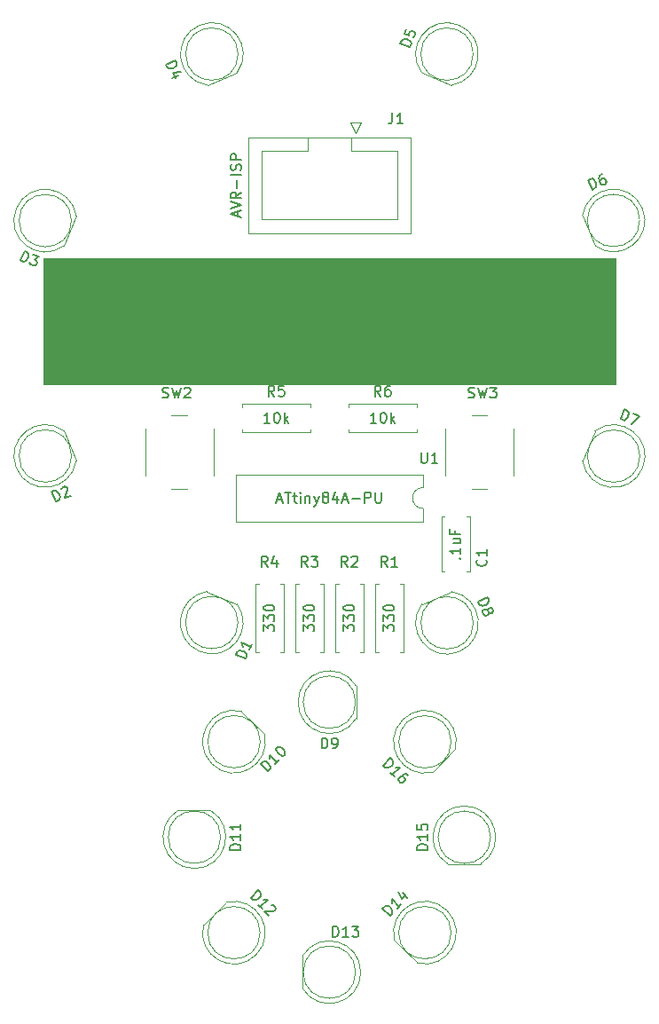
<source format=gbr>
%TF.GenerationSoftware,KiCad,Pcbnew,9.0.0*%
%TF.CreationDate,2025-02-27T14:29:49+01:00*%
%TF.ProjectId,CogLightBadgeTHT,436f674c-6967-4687-9442-616467655448,rev?*%
%TF.SameCoordinates,Original*%
%TF.FileFunction,Legend,Top*%
%TF.FilePolarity,Positive*%
%FSLAX46Y46*%
G04 Gerber Fmt 4.6, Leading zero omitted, Abs format (unit mm)*
G04 Created by KiCad (PCBNEW 9.0.0) date 2025-02-27 14:29:49*
%MOMM*%
%LPD*%
G01*
G04 APERTURE LIST*
%ADD10C,0.100000*%
%ADD11C,0.150000*%
%ADD12C,0.120000*%
G04 APERTURE END LIST*
D10*
X103505000Y-80569640D02*
X48895000Y-80569640D01*
X48895000Y-68580000D01*
X103505000Y-68580000D01*
X103505000Y-80569640D01*
G36*
X103505000Y-80569640D02*
G01*
X48895000Y-80569640D01*
X48895000Y-68580000D01*
X103505000Y-68580000D01*
X103505000Y-80569640D01*
G37*
D11*
X68701134Y-129577190D02*
X69408241Y-128870084D01*
X69408241Y-128870084D02*
X69576600Y-129038442D01*
X69576600Y-129038442D02*
X69643943Y-129173129D01*
X69643943Y-129173129D02*
X69643943Y-129307816D01*
X69643943Y-129307816D02*
X69610271Y-129408832D01*
X69610271Y-129408832D02*
X69509256Y-129577190D01*
X69509256Y-129577190D02*
X69408241Y-129678206D01*
X69408241Y-129678206D02*
X69239882Y-129779221D01*
X69239882Y-129779221D02*
X69138867Y-129812893D01*
X69138867Y-129812893D02*
X69004180Y-129812893D01*
X69004180Y-129812893D02*
X68869493Y-129745549D01*
X68869493Y-129745549D02*
X68701134Y-129577190D01*
X69778630Y-130654686D02*
X69374569Y-130250625D01*
X69576600Y-130452656D02*
X70283706Y-129745549D01*
X70283706Y-129745549D02*
X70115348Y-129779221D01*
X70115348Y-129779221D02*
X69980661Y-129779221D01*
X69980661Y-129779221D02*
X69879645Y-129745549D01*
X70687768Y-130284297D02*
X70755111Y-130284297D01*
X70755111Y-130284297D02*
X70856126Y-130317969D01*
X70856126Y-130317969D02*
X71024485Y-130486328D01*
X71024485Y-130486328D02*
X71058157Y-130587343D01*
X71058157Y-130587343D02*
X71058157Y-130654687D01*
X71058157Y-130654687D02*
X71024485Y-130755702D01*
X71024485Y-130755702D02*
X70957142Y-130823045D01*
X70957142Y-130823045D02*
X70822455Y-130890389D01*
X70822455Y-130890389D02*
X70014333Y-130890389D01*
X70014333Y-130890389D02*
X70452065Y-131328122D01*
X85573658Y-125019099D02*
X84573658Y-125019099D01*
X84573658Y-125019099D02*
X84573658Y-124781004D01*
X84573658Y-124781004D02*
X84621277Y-124638147D01*
X84621277Y-124638147D02*
X84716515Y-124542909D01*
X84716515Y-124542909D02*
X84811753Y-124495290D01*
X84811753Y-124495290D02*
X85002229Y-124447671D01*
X85002229Y-124447671D02*
X85145086Y-124447671D01*
X85145086Y-124447671D02*
X85335562Y-124495290D01*
X85335562Y-124495290D02*
X85430800Y-124542909D01*
X85430800Y-124542909D02*
X85526039Y-124638147D01*
X85526039Y-124638147D02*
X85573658Y-124781004D01*
X85573658Y-124781004D02*
X85573658Y-125019099D01*
X85573658Y-123495290D02*
X85573658Y-124066718D01*
X85573658Y-123781004D02*
X84573658Y-123781004D01*
X84573658Y-123781004D02*
X84716515Y-123876242D01*
X84716515Y-123876242D02*
X84811753Y-123971480D01*
X84811753Y-123971480D02*
X84859372Y-124066718D01*
X84573658Y-122590528D02*
X84573658Y-123066718D01*
X84573658Y-123066718D02*
X85049848Y-123114337D01*
X85049848Y-123114337D02*
X85002229Y-123066718D01*
X85002229Y-123066718D02*
X84954610Y-122971480D01*
X84954610Y-122971480D02*
X84954610Y-122733385D01*
X84954610Y-122733385D02*
X85002229Y-122638147D01*
X85002229Y-122638147D02*
X85049848Y-122590528D01*
X85049848Y-122590528D02*
X85145086Y-122542909D01*
X85145086Y-122542909D02*
X85383181Y-122542909D01*
X85383181Y-122542909D02*
X85478419Y-122590528D01*
X85478419Y-122590528D02*
X85526039Y-122638147D01*
X85526039Y-122638147D02*
X85573658Y-122733385D01*
X85573658Y-122733385D02*
X85573658Y-122971480D01*
X85573658Y-122971480D02*
X85526039Y-123066718D01*
X85526039Y-123066718D02*
X85478419Y-123114337D01*
X81338556Y-116961974D02*
X82045663Y-116254868D01*
X82045663Y-116254868D02*
X82214022Y-116423226D01*
X82214022Y-116423226D02*
X82281365Y-116557913D01*
X82281365Y-116557913D02*
X82281365Y-116692600D01*
X82281365Y-116692600D02*
X82247693Y-116793616D01*
X82247693Y-116793616D02*
X82146678Y-116961974D01*
X82146678Y-116961974D02*
X82045663Y-117062990D01*
X82045663Y-117062990D02*
X81877304Y-117164005D01*
X81877304Y-117164005D02*
X81776289Y-117197677D01*
X81776289Y-117197677D02*
X81641602Y-117197677D01*
X81641602Y-117197677D02*
X81506915Y-117130333D01*
X81506915Y-117130333D02*
X81338556Y-116961974D01*
X82416052Y-118039470D02*
X82011991Y-117635409D01*
X82214022Y-117837440D02*
X82921128Y-117130333D01*
X82921128Y-117130333D02*
X82752770Y-117164005D01*
X82752770Y-117164005D02*
X82618083Y-117164005D01*
X82618083Y-117164005D02*
X82517067Y-117130333D01*
X83729251Y-117938455D02*
X83594564Y-117803768D01*
X83594564Y-117803768D02*
X83493548Y-117770097D01*
X83493548Y-117770097D02*
X83426205Y-117770097D01*
X83426205Y-117770097D02*
X83257846Y-117803768D01*
X83257846Y-117803768D02*
X83089487Y-117904784D01*
X83089487Y-117904784D02*
X82820113Y-118174158D01*
X82820113Y-118174158D02*
X82786442Y-118275173D01*
X82786442Y-118275173D02*
X82786442Y-118342516D01*
X82786442Y-118342516D02*
X82820113Y-118443532D01*
X82820113Y-118443532D02*
X82954800Y-118578219D01*
X82954800Y-118578219D02*
X83055816Y-118611890D01*
X83055816Y-118611890D02*
X83123159Y-118611890D01*
X83123159Y-118611890D02*
X83224174Y-118578219D01*
X83224174Y-118578219D02*
X83392533Y-118409860D01*
X83392533Y-118409860D02*
X83426205Y-118308845D01*
X83426205Y-118308845D02*
X83426205Y-118241501D01*
X83426205Y-118241501D02*
X83392533Y-118140486D01*
X83392533Y-118140486D02*
X83257846Y-118005799D01*
X83257846Y-118005799D02*
X83156831Y-117972127D01*
X83156831Y-117972127D02*
X83089487Y-117972127D01*
X83089487Y-117972127D02*
X82988472Y-118005799D01*
X46705159Y-68765307D02*
X47087843Y-67841427D01*
X47087843Y-67841427D02*
X47307814Y-67932542D01*
X47307814Y-67932542D02*
X47421574Y-68031206D01*
X47421574Y-68031206D02*
X47473116Y-68155640D01*
X47473116Y-68155640D02*
X47480664Y-68261852D01*
X47480664Y-68261852D02*
X47451767Y-68456052D01*
X47451767Y-68456052D02*
X47397097Y-68588035D01*
X47397097Y-68588035D02*
X47280211Y-68745789D01*
X47280211Y-68745789D02*
X47199771Y-68815554D01*
X47199771Y-68815554D02*
X47075336Y-68867097D01*
X47075336Y-68867097D02*
X46925130Y-68856422D01*
X46925130Y-68856422D02*
X46705159Y-68765307D01*
X47923734Y-68187665D02*
X48495659Y-68424564D01*
X48495659Y-68424564D02*
X48041915Y-68648957D01*
X48041915Y-68648957D02*
X48173898Y-68703626D01*
X48173898Y-68703626D02*
X48243663Y-68784066D01*
X48243663Y-68784066D02*
X48269435Y-68846284D01*
X48269435Y-68846284D02*
X48276983Y-68952495D01*
X48276983Y-68952495D02*
X48185868Y-69172466D01*
X48185868Y-69172466D02*
X48105427Y-69242232D01*
X48105427Y-69242232D02*
X48043210Y-69268003D01*
X48043210Y-69268003D02*
X47936999Y-69275551D01*
X47936999Y-69275551D02*
X47673033Y-69166213D01*
X47673033Y-69166213D02*
X47603267Y-69085773D01*
X47603267Y-69085773D02*
X47577496Y-69023556D01*
X50085370Y-91790958D02*
X49702686Y-90867079D01*
X49702686Y-90867079D02*
X49922657Y-90775964D01*
X49922657Y-90775964D02*
X50072863Y-90765289D01*
X50072863Y-90765289D02*
X50197298Y-90816831D01*
X50197298Y-90816831D02*
X50277738Y-90886597D01*
X50277738Y-90886597D02*
X50394624Y-91044351D01*
X50394624Y-91044351D02*
X50449294Y-91176334D01*
X50449294Y-91176334D02*
X50478191Y-91370534D01*
X50478191Y-91370534D02*
X50470643Y-91476745D01*
X50470643Y-91476745D02*
X50419101Y-91601180D01*
X50419101Y-91601180D02*
X50305341Y-91699843D01*
X50305341Y-91699843D02*
X50085370Y-91790958D01*
X50619017Y-90590607D02*
X50644789Y-90528389D01*
X50644789Y-90528389D02*
X50714554Y-90447949D01*
X50714554Y-90447949D02*
X50934526Y-90356834D01*
X50934526Y-90356834D02*
X51040737Y-90364382D01*
X51040737Y-90364382D02*
X51102954Y-90390154D01*
X51102954Y-90390154D02*
X51183395Y-90459919D01*
X51183395Y-90459919D02*
X51219841Y-90547908D01*
X51219841Y-90547908D02*
X51230515Y-90698113D01*
X51230515Y-90698113D02*
X50921261Y-91444721D01*
X50921261Y-91444721D02*
X51493186Y-91207821D01*
X68209741Y-106773961D02*
X67285861Y-106391277D01*
X67285861Y-106391277D02*
X67376976Y-106171306D01*
X67376976Y-106171306D02*
X67475640Y-106057546D01*
X67475640Y-106057546D02*
X67600074Y-106006004D01*
X67600074Y-106006004D02*
X67706286Y-105998456D01*
X67706286Y-105998456D02*
X67900486Y-106027353D01*
X67900486Y-106027353D02*
X68032469Y-106082023D01*
X68032469Y-106082023D02*
X68190223Y-106198909D01*
X68190223Y-106198909D02*
X68259988Y-106279349D01*
X68259988Y-106279349D02*
X68311531Y-106403784D01*
X68311531Y-106403784D02*
X68300856Y-106553990D01*
X68300856Y-106553990D02*
X68209741Y-106773961D01*
X68792878Y-105366144D02*
X68574201Y-105894076D01*
X68683539Y-105630110D02*
X67759660Y-105247427D01*
X67759660Y-105247427D02*
X67855197Y-105390084D01*
X67855197Y-105390084D02*
X67906739Y-105514519D01*
X67906739Y-105514519D02*
X67914287Y-105620730D01*
X75460005Y-115332584D02*
X75460005Y-114332584D01*
X75460005Y-114332584D02*
X75698100Y-114332584D01*
X75698100Y-114332584D02*
X75840957Y-114380203D01*
X75840957Y-114380203D02*
X75936195Y-114475441D01*
X75936195Y-114475441D02*
X75983814Y-114570679D01*
X75983814Y-114570679D02*
X76031433Y-114761155D01*
X76031433Y-114761155D02*
X76031433Y-114904012D01*
X76031433Y-114904012D02*
X75983814Y-115094488D01*
X75983814Y-115094488D02*
X75936195Y-115189726D01*
X75936195Y-115189726D02*
X75840957Y-115284965D01*
X75840957Y-115284965D02*
X75698100Y-115332584D01*
X75698100Y-115332584D02*
X75460005Y-115332584D01*
X76507624Y-115332584D02*
X76698100Y-115332584D01*
X76698100Y-115332584D02*
X76793338Y-115284965D01*
X76793338Y-115284965D02*
X76840957Y-115237345D01*
X76840957Y-115237345D02*
X76936195Y-115094488D01*
X76936195Y-115094488D02*
X76983814Y-114904012D01*
X76983814Y-114904012D02*
X76983814Y-114523060D01*
X76983814Y-114523060D02*
X76936195Y-114427822D01*
X76936195Y-114427822D02*
X76888576Y-114380203D01*
X76888576Y-114380203D02*
X76793338Y-114332584D01*
X76793338Y-114332584D02*
X76602862Y-114332584D01*
X76602862Y-114332584D02*
X76507624Y-114380203D01*
X76507624Y-114380203D02*
X76460005Y-114427822D01*
X76460005Y-114427822D02*
X76412386Y-114523060D01*
X76412386Y-114523060D02*
X76412386Y-114761155D01*
X76412386Y-114761155D02*
X76460005Y-114856393D01*
X76460005Y-114856393D02*
X76507624Y-114904012D01*
X76507624Y-114904012D02*
X76602862Y-114951631D01*
X76602862Y-114951631D02*
X76793338Y-114951631D01*
X76793338Y-114951631D02*
X76888576Y-114904012D01*
X76888576Y-114904012D02*
X76936195Y-114856393D01*
X76936195Y-114856393D02*
X76983814Y-114761155D01*
X90384486Y-101316177D02*
X91308365Y-100933493D01*
X91308365Y-100933493D02*
X91399480Y-101153464D01*
X91399480Y-101153464D02*
X91410155Y-101303670D01*
X91410155Y-101303670D02*
X91358613Y-101428105D01*
X91358613Y-101428105D02*
X91288847Y-101508545D01*
X91288847Y-101508545D02*
X91131093Y-101625431D01*
X91131093Y-101625431D02*
X90999110Y-101680101D01*
X90999110Y-101680101D02*
X90804910Y-101708998D01*
X90804910Y-101708998D02*
X90698699Y-101701450D01*
X90698699Y-101701450D02*
X90574264Y-101649908D01*
X90574264Y-101649908D02*
X90475601Y-101536148D01*
X90475601Y-101536148D02*
X90384486Y-101316177D01*
X91349770Y-102153363D02*
X91357318Y-102047151D01*
X91357318Y-102047151D02*
X91383089Y-101984934D01*
X91383089Y-101984934D02*
X91452854Y-101904494D01*
X91452854Y-101904494D02*
X91496849Y-101886270D01*
X91496849Y-101886270D02*
X91603060Y-101893819D01*
X91603060Y-101893819D02*
X91665278Y-101919590D01*
X91665278Y-101919590D02*
X91745718Y-101989355D01*
X91745718Y-101989355D02*
X91818610Y-102165333D01*
X91818610Y-102165333D02*
X91811062Y-102271544D01*
X91811062Y-102271544D02*
X91785290Y-102333761D01*
X91785290Y-102333761D02*
X91715525Y-102414202D01*
X91715525Y-102414202D02*
X91671531Y-102432425D01*
X91671531Y-102432425D02*
X91565319Y-102424876D01*
X91565319Y-102424876D02*
X91503102Y-102399105D01*
X91503102Y-102399105D02*
X91422662Y-102329340D01*
X91422662Y-102329340D02*
X91349770Y-102153363D01*
X91349770Y-102153363D02*
X91269329Y-102083597D01*
X91269329Y-102083597D02*
X91207112Y-102057826D01*
X91207112Y-102057826D02*
X91100900Y-102050278D01*
X91100900Y-102050278D02*
X90924923Y-102123170D01*
X90924923Y-102123170D02*
X90855158Y-102203610D01*
X90855158Y-102203610D02*
X90829387Y-102265827D01*
X90829387Y-102265827D02*
X90821838Y-102372039D01*
X90821838Y-102372039D02*
X90894730Y-102548016D01*
X90894730Y-102548016D02*
X90975171Y-102617781D01*
X90975171Y-102617781D02*
X91037388Y-102643553D01*
X91037388Y-102643553D02*
X91143600Y-102651101D01*
X91143600Y-102651101D02*
X91319577Y-102578209D01*
X91319577Y-102578209D02*
X91389342Y-102497769D01*
X91389342Y-102497769D02*
X91415113Y-102435551D01*
X91415113Y-102435551D02*
X91422662Y-102329340D01*
X103987100Y-83916444D02*
X104369784Y-82992564D01*
X104369784Y-82992564D02*
X104589755Y-83083679D01*
X104589755Y-83083679D02*
X104703515Y-83182343D01*
X104703515Y-83182343D02*
X104755057Y-83306777D01*
X104755057Y-83306777D02*
X104762605Y-83412989D01*
X104762605Y-83412989D02*
X104733708Y-83607189D01*
X104733708Y-83607189D02*
X104679038Y-83739172D01*
X104679038Y-83739172D02*
X104562152Y-83896926D01*
X104562152Y-83896926D02*
X104481712Y-83966691D01*
X104481712Y-83966691D02*
X104357277Y-84018234D01*
X104357277Y-84018234D02*
X104207071Y-84007559D01*
X104207071Y-84007559D02*
X103987100Y-83916444D01*
X105205675Y-83338802D02*
X105821594Y-83593924D01*
X105821594Y-83593924D02*
X105042962Y-84353796D01*
X101293354Y-61999202D02*
X100910670Y-61075323D01*
X100910670Y-61075323D02*
X101130641Y-60984208D01*
X101130641Y-60984208D02*
X101280847Y-60973533D01*
X101280847Y-60973533D02*
X101405282Y-61025075D01*
X101405282Y-61025075D02*
X101485722Y-61094841D01*
X101485722Y-61094841D02*
X101602608Y-61252595D01*
X101602608Y-61252595D02*
X101657278Y-61384578D01*
X101657278Y-61384578D02*
X101686175Y-61578778D01*
X101686175Y-61578778D02*
X101678627Y-61684989D01*
X101678627Y-61684989D02*
X101627085Y-61809424D01*
X101627085Y-61809424D02*
X101513325Y-61908087D01*
X101513325Y-61908087D02*
X101293354Y-61999202D01*
X102230498Y-60528632D02*
X102054521Y-60601524D01*
X102054521Y-60601524D02*
X101984755Y-60681964D01*
X101984755Y-60681964D02*
X101958984Y-60744182D01*
X101958984Y-60744182D02*
X101925665Y-60912610D01*
X101925665Y-60912610D02*
X101954563Y-61106811D01*
X101954563Y-61106811D02*
X102100347Y-61458765D01*
X102100347Y-61458765D02*
X102180787Y-61528530D01*
X102180787Y-61528530D02*
X102243004Y-61554301D01*
X102243004Y-61554301D02*
X102349216Y-61561850D01*
X102349216Y-61561850D02*
X102525193Y-61488958D01*
X102525193Y-61488958D02*
X102594958Y-61408517D01*
X102594958Y-61408517D02*
X102620730Y-61346300D01*
X102620730Y-61346300D02*
X102628278Y-61240088D01*
X102628278Y-61240088D02*
X102537163Y-61020117D01*
X102537163Y-61020117D02*
X102456723Y-60950352D01*
X102456723Y-60950352D02*
X102394505Y-60924580D01*
X102394505Y-60924580D02*
X102288294Y-60917032D01*
X102288294Y-60917032D02*
X102112317Y-60989924D01*
X102112317Y-60989924D02*
X102042551Y-61070365D01*
X102042551Y-61070365D02*
X102016780Y-61132582D01*
X102016780Y-61132582D02*
X102009232Y-61238793D01*
X83903426Y-48418866D02*
X82979546Y-48036182D01*
X82979546Y-48036182D02*
X83070661Y-47816211D01*
X83070661Y-47816211D02*
X83169325Y-47702451D01*
X83169325Y-47702451D02*
X83293759Y-47650909D01*
X83293759Y-47650909D02*
X83399971Y-47643361D01*
X83399971Y-47643361D02*
X83594171Y-47672258D01*
X83594171Y-47672258D02*
X83726154Y-47726928D01*
X83726154Y-47726928D02*
X83883908Y-47843814D01*
X83883908Y-47843814D02*
X83953673Y-47924254D01*
X83953673Y-47924254D02*
X84005216Y-48048689D01*
X84005216Y-48048689D02*
X83994541Y-48198895D01*
X83994541Y-48198895D02*
X83903426Y-48418866D01*
X83544460Y-46672360D02*
X83362230Y-47112303D01*
X83362230Y-47112303D02*
X83783949Y-47338527D01*
X83783949Y-47338527D02*
X83758178Y-47276310D01*
X83758178Y-47276310D02*
X83750630Y-47170099D01*
X83750630Y-47170099D02*
X83841745Y-46950127D01*
X83841745Y-46950127D02*
X83922185Y-46880362D01*
X83922185Y-46880362D02*
X83984403Y-46854590D01*
X83984403Y-46854590D02*
X84090614Y-46847042D01*
X84090614Y-46847042D02*
X84310585Y-46938157D01*
X84310585Y-46938157D02*
X84380351Y-47018598D01*
X84380351Y-47018598D02*
X84406122Y-47080815D01*
X84406122Y-47080815D02*
X84413670Y-47187026D01*
X84413670Y-47187026D02*
X84322555Y-47406998D01*
X84322555Y-47406998D02*
X84242115Y-47476763D01*
X84242115Y-47476763D02*
X84179898Y-47502535D01*
X60617504Y-50084676D02*
X61541383Y-49701992D01*
X61541383Y-49701992D02*
X61632498Y-49921963D01*
X61632498Y-49921963D02*
X61643173Y-50072169D01*
X61643173Y-50072169D02*
X61591631Y-50196604D01*
X61591631Y-50196604D02*
X61521865Y-50277044D01*
X61521865Y-50277044D02*
X61364111Y-50393930D01*
X61364111Y-50393930D02*
X61232128Y-50448600D01*
X61232128Y-50448600D02*
X61037928Y-50477497D01*
X61037928Y-50477497D02*
X60931717Y-50469949D01*
X60931717Y-50469949D02*
X60807282Y-50418407D01*
X60807282Y-50418407D02*
X60708619Y-50304647D01*
X60708619Y-50304647D02*
X60617504Y-50084676D01*
X61780114Y-51149381D02*
X61164194Y-51404503D01*
X62040953Y-50783626D02*
X61289924Y-50837000D01*
X61289924Y-50837000D02*
X61526823Y-51408925D01*
X67725871Y-125012789D02*
X66725871Y-125012789D01*
X66725871Y-125012789D02*
X66725871Y-124774694D01*
X66725871Y-124774694D02*
X66773490Y-124631837D01*
X66773490Y-124631837D02*
X66868728Y-124536599D01*
X66868728Y-124536599D02*
X66963966Y-124488980D01*
X66963966Y-124488980D02*
X67154442Y-124441361D01*
X67154442Y-124441361D02*
X67297299Y-124441361D01*
X67297299Y-124441361D02*
X67487775Y-124488980D01*
X67487775Y-124488980D02*
X67583013Y-124536599D01*
X67583013Y-124536599D02*
X67678252Y-124631837D01*
X67678252Y-124631837D02*
X67725871Y-124774694D01*
X67725871Y-124774694D02*
X67725871Y-125012789D01*
X67725871Y-123488980D02*
X67725871Y-124060408D01*
X67725871Y-123774694D02*
X66725871Y-123774694D01*
X66725871Y-123774694D02*
X66868728Y-123869932D01*
X66868728Y-123869932D02*
X66963966Y-123965170D01*
X66963966Y-123965170D02*
X67011585Y-124060408D01*
X67725871Y-122536599D02*
X67725871Y-123108027D01*
X67725871Y-122822313D02*
X66725871Y-122822313D01*
X66725871Y-122822313D02*
X66868728Y-122917551D01*
X66868728Y-122917551D02*
X66963966Y-123012789D01*
X66963966Y-123012789D02*
X67011585Y-123108027D01*
X81975723Y-131290311D02*
X81268617Y-130583204D01*
X81268617Y-130583204D02*
X81436975Y-130414845D01*
X81436975Y-130414845D02*
X81571662Y-130347502D01*
X81571662Y-130347502D02*
X81706349Y-130347502D01*
X81706349Y-130347502D02*
X81807365Y-130381174D01*
X81807365Y-130381174D02*
X81975723Y-130482189D01*
X81975723Y-130482189D02*
X82076739Y-130583204D01*
X82076739Y-130583204D02*
X82177754Y-130751563D01*
X82177754Y-130751563D02*
X82211426Y-130852578D01*
X82211426Y-130852578D02*
X82211426Y-130987265D01*
X82211426Y-130987265D02*
X82144082Y-131121952D01*
X82144082Y-131121952D02*
X81975723Y-131290311D01*
X83053219Y-130212815D02*
X82649158Y-130616876D01*
X82851189Y-130414845D02*
X82144082Y-129707739D01*
X82144082Y-129707739D02*
X82177754Y-129876097D01*
X82177754Y-129876097D02*
X82177754Y-130010784D01*
X82177754Y-130010784D02*
X82144082Y-130111800D01*
X83187907Y-129135319D02*
X83659311Y-129606723D01*
X82750174Y-129034303D02*
X83086891Y-129707738D01*
X83086891Y-129707738D02*
X83524624Y-129270006D01*
X76509714Y-133296819D02*
X76509714Y-132296819D01*
X76509714Y-132296819D02*
X76747809Y-132296819D01*
X76747809Y-132296819D02*
X76890666Y-132344438D01*
X76890666Y-132344438D02*
X76985904Y-132439676D01*
X76985904Y-132439676D02*
X77033523Y-132534914D01*
X77033523Y-132534914D02*
X77081142Y-132725390D01*
X77081142Y-132725390D02*
X77081142Y-132868247D01*
X77081142Y-132868247D02*
X77033523Y-133058723D01*
X77033523Y-133058723D02*
X76985904Y-133153961D01*
X76985904Y-133153961D02*
X76890666Y-133249200D01*
X76890666Y-133249200D02*
X76747809Y-133296819D01*
X76747809Y-133296819D02*
X76509714Y-133296819D01*
X78033523Y-133296819D02*
X77462095Y-133296819D01*
X77747809Y-133296819D02*
X77747809Y-132296819D01*
X77747809Y-132296819D02*
X77652571Y-132439676D01*
X77652571Y-132439676D02*
X77557333Y-132534914D01*
X77557333Y-132534914D02*
X77462095Y-132582533D01*
X78366857Y-132296819D02*
X78985904Y-132296819D01*
X78985904Y-132296819D02*
X78652571Y-132677771D01*
X78652571Y-132677771D02*
X78795428Y-132677771D01*
X78795428Y-132677771D02*
X78890666Y-132725390D01*
X78890666Y-132725390D02*
X78938285Y-132773009D01*
X78938285Y-132773009D02*
X78985904Y-132868247D01*
X78985904Y-132868247D02*
X78985904Y-133106342D01*
X78985904Y-133106342D02*
X78938285Y-133201580D01*
X78938285Y-133201580D02*
X78890666Y-133249200D01*
X78890666Y-133249200D02*
X78795428Y-133296819D01*
X78795428Y-133296819D02*
X78509714Y-133296819D01*
X78509714Y-133296819D02*
X78414476Y-133249200D01*
X78414476Y-133249200D02*
X78366857Y-133201580D01*
X70328975Y-117512235D02*
X69621869Y-116805128D01*
X69621869Y-116805128D02*
X69790227Y-116636769D01*
X69790227Y-116636769D02*
X69924914Y-116569426D01*
X69924914Y-116569426D02*
X70059601Y-116569426D01*
X70059601Y-116569426D02*
X70160617Y-116603098D01*
X70160617Y-116603098D02*
X70328975Y-116704113D01*
X70328975Y-116704113D02*
X70429991Y-116805128D01*
X70429991Y-116805128D02*
X70531006Y-116973487D01*
X70531006Y-116973487D02*
X70564678Y-117074502D01*
X70564678Y-117074502D02*
X70564678Y-117209189D01*
X70564678Y-117209189D02*
X70497334Y-117343876D01*
X70497334Y-117343876D02*
X70328975Y-117512235D01*
X71406471Y-116434739D02*
X71002410Y-116838800D01*
X71204441Y-116636769D02*
X70497334Y-115929663D01*
X70497334Y-115929663D02*
X70531006Y-116098021D01*
X70531006Y-116098021D02*
X70531006Y-116232708D01*
X70531006Y-116232708D02*
X70497334Y-116333724D01*
X71137098Y-115289899D02*
X71204441Y-115222556D01*
X71204441Y-115222556D02*
X71305456Y-115188884D01*
X71305456Y-115188884D02*
X71372800Y-115188884D01*
X71372800Y-115188884D02*
X71473815Y-115222556D01*
X71473815Y-115222556D02*
X71642174Y-115323571D01*
X71642174Y-115323571D02*
X71810533Y-115491930D01*
X71810533Y-115491930D02*
X71911548Y-115660288D01*
X71911548Y-115660288D02*
X71945220Y-115761304D01*
X71945220Y-115761304D02*
X71945220Y-115828647D01*
X71945220Y-115828647D02*
X71911548Y-115929662D01*
X71911548Y-115929662D02*
X71844204Y-115997006D01*
X71844204Y-115997006D02*
X71743189Y-116030678D01*
X71743189Y-116030678D02*
X71675846Y-116030678D01*
X71675846Y-116030678D02*
X71574830Y-115997006D01*
X71574830Y-115997006D02*
X71406472Y-115895991D01*
X71406472Y-115895991D02*
X71238113Y-115727632D01*
X71238113Y-115727632D02*
X71137098Y-115559273D01*
X71137098Y-115559273D02*
X71103426Y-115458258D01*
X71103426Y-115458258D02*
X71103426Y-115390914D01*
X71103426Y-115390914D02*
X71137098Y-115289899D01*
X84963095Y-87084819D02*
X84963095Y-87894342D01*
X84963095Y-87894342D02*
X85010714Y-87989580D01*
X85010714Y-87989580D02*
X85058333Y-88037200D01*
X85058333Y-88037200D02*
X85153571Y-88084819D01*
X85153571Y-88084819D02*
X85344047Y-88084819D01*
X85344047Y-88084819D02*
X85439285Y-88037200D01*
X85439285Y-88037200D02*
X85486904Y-87989580D01*
X85486904Y-87989580D02*
X85534523Y-87894342D01*
X85534523Y-87894342D02*
X85534523Y-87084819D01*
X86534523Y-88084819D02*
X85963095Y-88084819D01*
X86248809Y-88084819D02*
X86248809Y-87084819D01*
X86248809Y-87084819D02*
X86153571Y-87227676D01*
X86153571Y-87227676D02*
X86058333Y-87322914D01*
X86058333Y-87322914D02*
X85963095Y-87370533D01*
X71200000Y-91609104D02*
X71676190Y-91609104D01*
X71104762Y-91894819D02*
X71438095Y-90894819D01*
X71438095Y-90894819D02*
X71771428Y-91894819D01*
X71961905Y-90894819D02*
X72533333Y-90894819D01*
X72247619Y-91894819D02*
X72247619Y-90894819D01*
X72723810Y-91228152D02*
X73104762Y-91228152D01*
X72866667Y-90894819D02*
X72866667Y-91751961D01*
X72866667Y-91751961D02*
X72914286Y-91847200D01*
X72914286Y-91847200D02*
X73009524Y-91894819D01*
X73009524Y-91894819D02*
X73104762Y-91894819D01*
X73438096Y-91894819D02*
X73438096Y-91228152D01*
X73438096Y-90894819D02*
X73390477Y-90942438D01*
X73390477Y-90942438D02*
X73438096Y-90990057D01*
X73438096Y-90990057D02*
X73485715Y-90942438D01*
X73485715Y-90942438D02*
X73438096Y-90894819D01*
X73438096Y-90894819D02*
X73438096Y-90990057D01*
X73914286Y-91228152D02*
X73914286Y-91894819D01*
X73914286Y-91323390D02*
X73961905Y-91275771D01*
X73961905Y-91275771D02*
X74057143Y-91228152D01*
X74057143Y-91228152D02*
X74200000Y-91228152D01*
X74200000Y-91228152D02*
X74295238Y-91275771D01*
X74295238Y-91275771D02*
X74342857Y-91371009D01*
X74342857Y-91371009D02*
X74342857Y-91894819D01*
X74723810Y-91228152D02*
X74961905Y-91894819D01*
X75200000Y-91228152D02*
X74961905Y-91894819D01*
X74961905Y-91894819D02*
X74866667Y-92132914D01*
X74866667Y-92132914D02*
X74819048Y-92180533D01*
X74819048Y-92180533D02*
X74723810Y-92228152D01*
X75723810Y-91323390D02*
X75628572Y-91275771D01*
X75628572Y-91275771D02*
X75580953Y-91228152D01*
X75580953Y-91228152D02*
X75533334Y-91132914D01*
X75533334Y-91132914D02*
X75533334Y-91085295D01*
X75533334Y-91085295D02*
X75580953Y-90990057D01*
X75580953Y-90990057D02*
X75628572Y-90942438D01*
X75628572Y-90942438D02*
X75723810Y-90894819D01*
X75723810Y-90894819D02*
X75914286Y-90894819D01*
X75914286Y-90894819D02*
X76009524Y-90942438D01*
X76009524Y-90942438D02*
X76057143Y-90990057D01*
X76057143Y-90990057D02*
X76104762Y-91085295D01*
X76104762Y-91085295D02*
X76104762Y-91132914D01*
X76104762Y-91132914D02*
X76057143Y-91228152D01*
X76057143Y-91228152D02*
X76009524Y-91275771D01*
X76009524Y-91275771D02*
X75914286Y-91323390D01*
X75914286Y-91323390D02*
X75723810Y-91323390D01*
X75723810Y-91323390D02*
X75628572Y-91371009D01*
X75628572Y-91371009D02*
X75580953Y-91418628D01*
X75580953Y-91418628D02*
X75533334Y-91513866D01*
X75533334Y-91513866D02*
X75533334Y-91704342D01*
X75533334Y-91704342D02*
X75580953Y-91799580D01*
X75580953Y-91799580D02*
X75628572Y-91847200D01*
X75628572Y-91847200D02*
X75723810Y-91894819D01*
X75723810Y-91894819D02*
X75914286Y-91894819D01*
X75914286Y-91894819D02*
X76009524Y-91847200D01*
X76009524Y-91847200D02*
X76057143Y-91799580D01*
X76057143Y-91799580D02*
X76104762Y-91704342D01*
X76104762Y-91704342D02*
X76104762Y-91513866D01*
X76104762Y-91513866D02*
X76057143Y-91418628D01*
X76057143Y-91418628D02*
X76009524Y-91371009D01*
X76009524Y-91371009D02*
X75914286Y-91323390D01*
X76961905Y-91228152D02*
X76961905Y-91894819D01*
X76723810Y-90847200D02*
X76485715Y-91561485D01*
X76485715Y-91561485D02*
X77104762Y-91561485D01*
X77438096Y-91609104D02*
X77914286Y-91609104D01*
X77342858Y-91894819D02*
X77676191Y-90894819D01*
X77676191Y-90894819D02*
X78009524Y-91894819D01*
X78342858Y-91513866D02*
X79104763Y-91513866D01*
X79580953Y-91894819D02*
X79580953Y-90894819D01*
X79580953Y-90894819D02*
X79961905Y-90894819D01*
X79961905Y-90894819D02*
X80057143Y-90942438D01*
X80057143Y-90942438D02*
X80104762Y-90990057D01*
X80104762Y-90990057D02*
X80152381Y-91085295D01*
X80152381Y-91085295D02*
X80152381Y-91228152D01*
X80152381Y-91228152D02*
X80104762Y-91323390D01*
X80104762Y-91323390D02*
X80057143Y-91371009D01*
X80057143Y-91371009D02*
X79961905Y-91418628D01*
X79961905Y-91418628D02*
X79580953Y-91418628D01*
X80580953Y-90894819D02*
X80580953Y-91704342D01*
X80580953Y-91704342D02*
X80628572Y-91799580D01*
X80628572Y-91799580D02*
X80676191Y-91847200D01*
X80676191Y-91847200D02*
X80771429Y-91894819D01*
X80771429Y-91894819D02*
X80961905Y-91894819D01*
X80961905Y-91894819D02*
X81057143Y-91847200D01*
X81057143Y-91847200D02*
X81104762Y-91799580D01*
X81104762Y-91799580D02*
X81152381Y-91704342D01*
X81152381Y-91704342D02*
X81152381Y-90894819D01*
X74128333Y-97990819D02*
X73795000Y-97514628D01*
X73556905Y-97990819D02*
X73556905Y-96990819D01*
X73556905Y-96990819D02*
X73937857Y-96990819D01*
X73937857Y-96990819D02*
X74033095Y-97038438D01*
X74033095Y-97038438D02*
X74080714Y-97086057D01*
X74080714Y-97086057D02*
X74128333Y-97181295D01*
X74128333Y-97181295D02*
X74128333Y-97324152D01*
X74128333Y-97324152D02*
X74080714Y-97419390D01*
X74080714Y-97419390D02*
X74033095Y-97467009D01*
X74033095Y-97467009D02*
X73937857Y-97514628D01*
X73937857Y-97514628D02*
X73556905Y-97514628D01*
X74461667Y-96990819D02*
X75080714Y-96990819D01*
X75080714Y-96990819D02*
X74747381Y-97371771D01*
X74747381Y-97371771D02*
X74890238Y-97371771D01*
X74890238Y-97371771D02*
X74985476Y-97419390D01*
X74985476Y-97419390D02*
X75033095Y-97467009D01*
X75033095Y-97467009D02*
X75080714Y-97562247D01*
X75080714Y-97562247D02*
X75080714Y-97800342D01*
X75080714Y-97800342D02*
X75033095Y-97895580D01*
X75033095Y-97895580D02*
X74985476Y-97943200D01*
X74985476Y-97943200D02*
X74890238Y-97990819D01*
X74890238Y-97990819D02*
X74604524Y-97990819D01*
X74604524Y-97990819D02*
X74509286Y-97943200D01*
X74509286Y-97943200D02*
X74461667Y-97895580D01*
X73749819Y-104155713D02*
X73749819Y-103536666D01*
X73749819Y-103536666D02*
X74130771Y-103869999D01*
X74130771Y-103869999D02*
X74130771Y-103727142D01*
X74130771Y-103727142D02*
X74178390Y-103631904D01*
X74178390Y-103631904D02*
X74226009Y-103584285D01*
X74226009Y-103584285D02*
X74321247Y-103536666D01*
X74321247Y-103536666D02*
X74559342Y-103536666D01*
X74559342Y-103536666D02*
X74654580Y-103584285D01*
X74654580Y-103584285D02*
X74702200Y-103631904D01*
X74702200Y-103631904D02*
X74749819Y-103727142D01*
X74749819Y-103727142D02*
X74749819Y-104012856D01*
X74749819Y-104012856D02*
X74702200Y-104108094D01*
X74702200Y-104108094D02*
X74654580Y-104155713D01*
X73749819Y-103203332D02*
X73749819Y-102584285D01*
X73749819Y-102584285D02*
X74130771Y-102917618D01*
X74130771Y-102917618D02*
X74130771Y-102774761D01*
X74130771Y-102774761D02*
X74178390Y-102679523D01*
X74178390Y-102679523D02*
X74226009Y-102631904D01*
X74226009Y-102631904D02*
X74321247Y-102584285D01*
X74321247Y-102584285D02*
X74559342Y-102584285D01*
X74559342Y-102584285D02*
X74654580Y-102631904D01*
X74654580Y-102631904D02*
X74702200Y-102679523D01*
X74702200Y-102679523D02*
X74749819Y-102774761D01*
X74749819Y-102774761D02*
X74749819Y-103060475D01*
X74749819Y-103060475D02*
X74702200Y-103155713D01*
X74702200Y-103155713D02*
X74654580Y-103203332D01*
X73749819Y-101965237D02*
X73749819Y-101869999D01*
X73749819Y-101869999D02*
X73797438Y-101774761D01*
X73797438Y-101774761D02*
X73845057Y-101727142D01*
X73845057Y-101727142D02*
X73940295Y-101679523D01*
X73940295Y-101679523D02*
X74130771Y-101631904D01*
X74130771Y-101631904D02*
X74368866Y-101631904D01*
X74368866Y-101631904D02*
X74559342Y-101679523D01*
X74559342Y-101679523D02*
X74654580Y-101727142D01*
X74654580Y-101727142D02*
X74702200Y-101774761D01*
X74702200Y-101774761D02*
X74749819Y-101869999D01*
X74749819Y-101869999D02*
X74749819Y-101965237D01*
X74749819Y-101965237D02*
X74702200Y-102060475D01*
X74702200Y-102060475D02*
X74654580Y-102108094D01*
X74654580Y-102108094D02*
X74559342Y-102155713D01*
X74559342Y-102155713D02*
X74368866Y-102203332D01*
X74368866Y-102203332D02*
X74130771Y-102203332D01*
X74130771Y-102203332D02*
X73940295Y-102155713D01*
X73940295Y-102155713D02*
X73845057Y-102108094D01*
X73845057Y-102108094D02*
X73797438Y-102060475D01*
X73797438Y-102060475D02*
X73749819Y-101965237D01*
X70318333Y-97990819D02*
X69985000Y-97514628D01*
X69746905Y-97990819D02*
X69746905Y-96990819D01*
X69746905Y-96990819D02*
X70127857Y-96990819D01*
X70127857Y-96990819D02*
X70223095Y-97038438D01*
X70223095Y-97038438D02*
X70270714Y-97086057D01*
X70270714Y-97086057D02*
X70318333Y-97181295D01*
X70318333Y-97181295D02*
X70318333Y-97324152D01*
X70318333Y-97324152D02*
X70270714Y-97419390D01*
X70270714Y-97419390D02*
X70223095Y-97467009D01*
X70223095Y-97467009D02*
X70127857Y-97514628D01*
X70127857Y-97514628D02*
X69746905Y-97514628D01*
X71175476Y-97324152D02*
X71175476Y-97990819D01*
X70937381Y-96943200D02*
X70699286Y-97657485D01*
X70699286Y-97657485D02*
X71318333Y-97657485D01*
X69939819Y-104155713D02*
X69939819Y-103536666D01*
X69939819Y-103536666D02*
X70320771Y-103869999D01*
X70320771Y-103869999D02*
X70320771Y-103727142D01*
X70320771Y-103727142D02*
X70368390Y-103631904D01*
X70368390Y-103631904D02*
X70416009Y-103584285D01*
X70416009Y-103584285D02*
X70511247Y-103536666D01*
X70511247Y-103536666D02*
X70749342Y-103536666D01*
X70749342Y-103536666D02*
X70844580Y-103584285D01*
X70844580Y-103584285D02*
X70892200Y-103631904D01*
X70892200Y-103631904D02*
X70939819Y-103727142D01*
X70939819Y-103727142D02*
X70939819Y-104012856D01*
X70939819Y-104012856D02*
X70892200Y-104108094D01*
X70892200Y-104108094D02*
X70844580Y-104155713D01*
X69939819Y-103203332D02*
X69939819Y-102584285D01*
X69939819Y-102584285D02*
X70320771Y-102917618D01*
X70320771Y-102917618D02*
X70320771Y-102774761D01*
X70320771Y-102774761D02*
X70368390Y-102679523D01*
X70368390Y-102679523D02*
X70416009Y-102631904D01*
X70416009Y-102631904D02*
X70511247Y-102584285D01*
X70511247Y-102584285D02*
X70749342Y-102584285D01*
X70749342Y-102584285D02*
X70844580Y-102631904D01*
X70844580Y-102631904D02*
X70892200Y-102679523D01*
X70892200Y-102679523D02*
X70939819Y-102774761D01*
X70939819Y-102774761D02*
X70939819Y-103060475D01*
X70939819Y-103060475D02*
X70892200Y-103155713D01*
X70892200Y-103155713D02*
X70844580Y-103203332D01*
X69939819Y-101965237D02*
X69939819Y-101869999D01*
X69939819Y-101869999D02*
X69987438Y-101774761D01*
X69987438Y-101774761D02*
X70035057Y-101727142D01*
X70035057Y-101727142D02*
X70130295Y-101679523D01*
X70130295Y-101679523D02*
X70320771Y-101631904D01*
X70320771Y-101631904D02*
X70558866Y-101631904D01*
X70558866Y-101631904D02*
X70749342Y-101679523D01*
X70749342Y-101679523D02*
X70844580Y-101727142D01*
X70844580Y-101727142D02*
X70892200Y-101774761D01*
X70892200Y-101774761D02*
X70939819Y-101869999D01*
X70939819Y-101869999D02*
X70939819Y-101965237D01*
X70939819Y-101965237D02*
X70892200Y-102060475D01*
X70892200Y-102060475D02*
X70844580Y-102108094D01*
X70844580Y-102108094D02*
X70749342Y-102155713D01*
X70749342Y-102155713D02*
X70558866Y-102203332D01*
X70558866Y-102203332D02*
X70320771Y-102203332D01*
X70320771Y-102203332D02*
X70130295Y-102155713D01*
X70130295Y-102155713D02*
X70035057Y-102108094D01*
X70035057Y-102108094D02*
X69987438Y-102060475D01*
X69987438Y-102060475D02*
X69939819Y-101965237D01*
X81748333Y-97990819D02*
X81415000Y-97514628D01*
X81176905Y-97990819D02*
X81176905Y-96990819D01*
X81176905Y-96990819D02*
X81557857Y-96990819D01*
X81557857Y-96990819D02*
X81653095Y-97038438D01*
X81653095Y-97038438D02*
X81700714Y-97086057D01*
X81700714Y-97086057D02*
X81748333Y-97181295D01*
X81748333Y-97181295D02*
X81748333Y-97324152D01*
X81748333Y-97324152D02*
X81700714Y-97419390D01*
X81700714Y-97419390D02*
X81653095Y-97467009D01*
X81653095Y-97467009D02*
X81557857Y-97514628D01*
X81557857Y-97514628D02*
X81176905Y-97514628D01*
X82700714Y-97990819D02*
X82129286Y-97990819D01*
X82415000Y-97990819D02*
X82415000Y-96990819D01*
X82415000Y-96990819D02*
X82319762Y-97133676D01*
X82319762Y-97133676D02*
X82224524Y-97228914D01*
X82224524Y-97228914D02*
X82129286Y-97276533D01*
X81369819Y-104155713D02*
X81369819Y-103536666D01*
X81369819Y-103536666D02*
X81750771Y-103869999D01*
X81750771Y-103869999D02*
X81750771Y-103727142D01*
X81750771Y-103727142D02*
X81798390Y-103631904D01*
X81798390Y-103631904D02*
X81846009Y-103584285D01*
X81846009Y-103584285D02*
X81941247Y-103536666D01*
X81941247Y-103536666D02*
X82179342Y-103536666D01*
X82179342Y-103536666D02*
X82274580Y-103584285D01*
X82274580Y-103584285D02*
X82322200Y-103631904D01*
X82322200Y-103631904D02*
X82369819Y-103727142D01*
X82369819Y-103727142D02*
X82369819Y-104012856D01*
X82369819Y-104012856D02*
X82322200Y-104108094D01*
X82322200Y-104108094D02*
X82274580Y-104155713D01*
X81369819Y-103203332D02*
X81369819Y-102584285D01*
X81369819Y-102584285D02*
X81750771Y-102917618D01*
X81750771Y-102917618D02*
X81750771Y-102774761D01*
X81750771Y-102774761D02*
X81798390Y-102679523D01*
X81798390Y-102679523D02*
X81846009Y-102631904D01*
X81846009Y-102631904D02*
X81941247Y-102584285D01*
X81941247Y-102584285D02*
X82179342Y-102584285D01*
X82179342Y-102584285D02*
X82274580Y-102631904D01*
X82274580Y-102631904D02*
X82322200Y-102679523D01*
X82322200Y-102679523D02*
X82369819Y-102774761D01*
X82369819Y-102774761D02*
X82369819Y-103060475D01*
X82369819Y-103060475D02*
X82322200Y-103155713D01*
X82322200Y-103155713D02*
X82274580Y-103203332D01*
X81369819Y-101965237D02*
X81369819Y-101869999D01*
X81369819Y-101869999D02*
X81417438Y-101774761D01*
X81417438Y-101774761D02*
X81465057Y-101727142D01*
X81465057Y-101727142D02*
X81560295Y-101679523D01*
X81560295Y-101679523D02*
X81750771Y-101631904D01*
X81750771Y-101631904D02*
X81988866Y-101631904D01*
X81988866Y-101631904D02*
X82179342Y-101679523D01*
X82179342Y-101679523D02*
X82274580Y-101727142D01*
X82274580Y-101727142D02*
X82322200Y-101774761D01*
X82322200Y-101774761D02*
X82369819Y-101869999D01*
X82369819Y-101869999D02*
X82369819Y-101965237D01*
X82369819Y-101965237D02*
X82322200Y-102060475D01*
X82322200Y-102060475D02*
X82274580Y-102108094D01*
X82274580Y-102108094D02*
X82179342Y-102155713D01*
X82179342Y-102155713D02*
X81988866Y-102203332D01*
X81988866Y-102203332D02*
X81750771Y-102203332D01*
X81750771Y-102203332D02*
X81560295Y-102155713D01*
X81560295Y-102155713D02*
X81465057Y-102108094D01*
X81465057Y-102108094D02*
X81417438Y-102060475D01*
X81417438Y-102060475D02*
X81369819Y-101965237D01*
X77938333Y-97990819D02*
X77605000Y-97514628D01*
X77366905Y-97990819D02*
X77366905Y-96990819D01*
X77366905Y-96990819D02*
X77747857Y-96990819D01*
X77747857Y-96990819D02*
X77843095Y-97038438D01*
X77843095Y-97038438D02*
X77890714Y-97086057D01*
X77890714Y-97086057D02*
X77938333Y-97181295D01*
X77938333Y-97181295D02*
X77938333Y-97324152D01*
X77938333Y-97324152D02*
X77890714Y-97419390D01*
X77890714Y-97419390D02*
X77843095Y-97467009D01*
X77843095Y-97467009D02*
X77747857Y-97514628D01*
X77747857Y-97514628D02*
X77366905Y-97514628D01*
X78319286Y-97086057D02*
X78366905Y-97038438D01*
X78366905Y-97038438D02*
X78462143Y-96990819D01*
X78462143Y-96990819D02*
X78700238Y-96990819D01*
X78700238Y-96990819D02*
X78795476Y-97038438D01*
X78795476Y-97038438D02*
X78843095Y-97086057D01*
X78843095Y-97086057D02*
X78890714Y-97181295D01*
X78890714Y-97181295D02*
X78890714Y-97276533D01*
X78890714Y-97276533D02*
X78843095Y-97419390D01*
X78843095Y-97419390D02*
X78271667Y-97990819D01*
X78271667Y-97990819D02*
X78890714Y-97990819D01*
X77559819Y-104155713D02*
X77559819Y-103536666D01*
X77559819Y-103536666D02*
X77940771Y-103869999D01*
X77940771Y-103869999D02*
X77940771Y-103727142D01*
X77940771Y-103727142D02*
X77988390Y-103631904D01*
X77988390Y-103631904D02*
X78036009Y-103584285D01*
X78036009Y-103584285D02*
X78131247Y-103536666D01*
X78131247Y-103536666D02*
X78369342Y-103536666D01*
X78369342Y-103536666D02*
X78464580Y-103584285D01*
X78464580Y-103584285D02*
X78512200Y-103631904D01*
X78512200Y-103631904D02*
X78559819Y-103727142D01*
X78559819Y-103727142D02*
X78559819Y-104012856D01*
X78559819Y-104012856D02*
X78512200Y-104108094D01*
X78512200Y-104108094D02*
X78464580Y-104155713D01*
X77559819Y-103203332D02*
X77559819Y-102584285D01*
X77559819Y-102584285D02*
X77940771Y-102917618D01*
X77940771Y-102917618D02*
X77940771Y-102774761D01*
X77940771Y-102774761D02*
X77988390Y-102679523D01*
X77988390Y-102679523D02*
X78036009Y-102631904D01*
X78036009Y-102631904D02*
X78131247Y-102584285D01*
X78131247Y-102584285D02*
X78369342Y-102584285D01*
X78369342Y-102584285D02*
X78464580Y-102631904D01*
X78464580Y-102631904D02*
X78512200Y-102679523D01*
X78512200Y-102679523D02*
X78559819Y-102774761D01*
X78559819Y-102774761D02*
X78559819Y-103060475D01*
X78559819Y-103060475D02*
X78512200Y-103155713D01*
X78512200Y-103155713D02*
X78464580Y-103203332D01*
X77559819Y-101965237D02*
X77559819Y-101869999D01*
X77559819Y-101869999D02*
X77607438Y-101774761D01*
X77607438Y-101774761D02*
X77655057Y-101727142D01*
X77655057Y-101727142D02*
X77750295Y-101679523D01*
X77750295Y-101679523D02*
X77940771Y-101631904D01*
X77940771Y-101631904D02*
X78178866Y-101631904D01*
X78178866Y-101631904D02*
X78369342Y-101679523D01*
X78369342Y-101679523D02*
X78464580Y-101727142D01*
X78464580Y-101727142D02*
X78512200Y-101774761D01*
X78512200Y-101774761D02*
X78559819Y-101869999D01*
X78559819Y-101869999D02*
X78559819Y-101965237D01*
X78559819Y-101965237D02*
X78512200Y-102060475D01*
X78512200Y-102060475D02*
X78464580Y-102108094D01*
X78464580Y-102108094D02*
X78369342Y-102155713D01*
X78369342Y-102155713D02*
X78178866Y-102203332D01*
X78178866Y-102203332D02*
X77940771Y-102203332D01*
X77940771Y-102203332D02*
X77750295Y-102155713D01*
X77750295Y-102155713D02*
X77655057Y-102108094D01*
X77655057Y-102108094D02*
X77607438Y-102060475D01*
X77607438Y-102060475D02*
X77559819Y-101965237D01*
X91124580Y-97321666D02*
X91172200Y-97369285D01*
X91172200Y-97369285D02*
X91219819Y-97512142D01*
X91219819Y-97512142D02*
X91219819Y-97607380D01*
X91219819Y-97607380D02*
X91172200Y-97750237D01*
X91172200Y-97750237D02*
X91076961Y-97845475D01*
X91076961Y-97845475D02*
X90981723Y-97893094D01*
X90981723Y-97893094D02*
X90791247Y-97940713D01*
X90791247Y-97940713D02*
X90648390Y-97940713D01*
X90648390Y-97940713D02*
X90457914Y-97893094D01*
X90457914Y-97893094D02*
X90362676Y-97845475D01*
X90362676Y-97845475D02*
X90267438Y-97750237D01*
X90267438Y-97750237D02*
X90219819Y-97607380D01*
X90219819Y-97607380D02*
X90219819Y-97512142D01*
X90219819Y-97512142D02*
X90267438Y-97369285D01*
X90267438Y-97369285D02*
X90315057Y-97321666D01*
X91219819Y-96369285D02*
X91219819Y-96940713D01*
X91219819Y-96654999D02*
X90219819Y-96654999D01*
X90219819Y-96654999D02*
X90362676Y-96750237D01*
X90362676Y-96750237D02*
X90457914Y-96845475D01*
X90457914Y-96845475D02*
X90505533Y-96940713D01*
X88624580Y-97202142D02*
X88672200Y-97154523D01*
X88672200Y-97154523D02*
X88719819Y-97202142D01*
X88719819Y-97202142D02*
X88672200Y-97249761D01*
X88672200Y-97249761D02*
X88624580Y-97202142D01*
X88624580Y-97202142D02*
X88719819Y-97202142D01*
X88719819Y-96202143D02*
X88719819Y-96773571D01*
X88719819Y-96487857D02*
X87719819Y-96487857D01*
X87719819Y-96487857D02*
X87862676Y-96583095D01*
X87862676Y-96583095D02*
X87957914Y-96678333D01*
X87957914Y-96678333D02*
X88005533Y-96773571D01*
X88053152Y-95345000D02*
X88719819Y-95345000D01*
X88053152Y-95773571D02*
X88576961Y-95773571D01*
X88576961Y-95773571D02*
X88672200Y-95725952D01*
X88672200Y-95725952D02*
X88719819Y-95630714D01*
X88719819Y-95630714D02*
X88719819Y-95487857D01*
X88719819Y-95487857D02*
X88672200Y-95392619D01*
X88672200Y-95392619D02*
X88624580Y-95345000D01*
X88196009Y-94535476D02*
X88196009Y-94868809D01*
X88719819Y-94868809D02*
X87719819Y-94868809D01*
X87719819Y-94868809D02*
X87719819Y-94392619D01*
X70953333Y-81734819D02*
X70620000Y-81258628D01*
X70381905Y-81734819D02*
X70381905Y-80734819D01*
X70381905Y-80734819D02*
X70762857Y-80734819D01*
X70762857Y-80734819D02*
X70858095Y-80782438D01*
X70858095Y-80782438D02*
X70905714Y-80830057D01*
X70905714Y-80830057D02*
X70953333Y-80925295D01*
X70953333Y-80925295D02*
X70953333Y-81068152D01*
X70953333Y-81068152D02*
X70905714Y-81163390D01*
X70905714Y-81163390D02*
X70858095Y-81211009D01*
X70858095Y-81211009D02*
X70762857Y-81258628D01*
X70762857Y-81258628D02*
X70381905Y-81258628D01*
X71858095Y-80734819D02*
X71381905Y-80734819D01*
X71381905Y-80734819D02*
X71334286Y-81211009D01*
X71334286Y-81211009D02*
X71381905Y-81163390D01*
X71381905Y-81163390D02*
X71477143Y-81115771D01*
X71477143Y-81115771D02*
X71715238Y-81115771D01*
X71715238Y-81115771D02*
X71810476Y-81163390D01*
X71810476Y-81163390D02*
X71858095Y-81211009D01*
X71858095Y-81211009D02*
X71905714Y-81306247D01*
X71905714Y-81306247D02*
X71905714Y-81544342D01*
X71905714Y-81544342D02*
X71858095Y-81639580D01*
X71858095Y-81639580D02*
X71810476Y-81687200D01*
X71810476Y-81687200D02*
X71715238Y-81734819D01*
X71715238Y-81734819D02*
X71477143Y-81734819D01*
X71477143Y-81734819D02*
X71381905Y-81687200D01*
X71381905Y-81687200D02*
X71334286Y-81639580D01*
X70524761Y-84274819D02*
X69953333Y-84274819D01*
X70239047Y-84274819D02*
X70239047Y-83274819D01*
X70239047Y-83274819D02*
X70143809Y-83417676D01*
X70143809Y-83417676D02*
X70048571Y-83512914D01*
X70048571Y-83512914D02*
X69953333Y-83560533D01*
X71143809Y-83274819D02*
X71239047Y-83274819D01*
X71239047Y-83274819D02*
X71334285Y-83322438D01*
X71334285Y-83322438D02*
X71381904Y-83370057D01*
X71381904Y-83370057D02*
X71429523Y-83465295D01*
X71429523Y-83465295D02*
X71477142Y-83655771D01*
X71477142Y-83655771D02*
X71477142Y-83893866D01*
X71477142Y-83893866D02*
X71429523Y-84084342D01*
X71429523Y-84084342D02*
X71381904Y-84179580D01*
X71381904Y-84179580D02*
X71334285Y-84227200D01*
X71334285Y-84227200D02*
X71239047Y-84274819D01*
X71239047Y-84274819D02*
X71143809Y-84274819D01*
X71143809Y-84274819D02*
X71048571Y-84227200D01*
X71048571Y-84227200D02*
X71000952Y-84179580D01*
X71000952Y-84179580D02*
X70953333Y-84084342D01*
X70953333Y-84084342D02*
X70905714Y-83893866D01*
X70905714Y-83893866D02*
X70905714Y-83655771D01*
X70905714Y-83655771D02*
X70953333Y-83465295D01*
X70953333Y-83465295D02*
X71000952Y-83370057D01*
X71000952Y-83370057D02*
X71048571Y-83322438D01*
X71048571Y-83322438D02*
X71143809Y-83274819D01*
X71905714Y-84274819D02*
X71905714Y-83274819D01*
X72000952Y-83893866D02*
X72286666Y-84274819D01*
X72286666Y-83608152D02*
X71905714Y-83989104D01*
X60261667Y-81837200D02*
X60404524Y-81884819D01*
X60404524Y-81884819D02*
X60642619Y-81884819D01*
X60642619Y-81884819D02*
X60737857Y-81837200D01*
X60737857Y-81837200D02*
X60785476Y-81789580D01*
X60785476Y-81789580D02*
X60833095Y-81694342D01*
X60833095Y-81694342D02*
X60833095Y-81599104D01*
X60833095Y-81599104D02*
X60785476Y-81503866D01*
X60785476Y-81503866D02*
X60737857Y-81456247D01*
X60737857Y-81456247D02*
X60642619Y-81408628D01*
X60642619Y-81408628D02*
X60452143Y-81361009D01*
X60452143Y-81361009D02*
X60356905Y-81313390D01*
X60356905Y-81313390D02*
X60309286Y-81265771D01*
X60309286Y-81265771D02*
X60261667Y-81170533D01*
X60261667Y-81170533D02*
X60261667Y-81075295D01*
X60261667Y-81075295D02*
X60309286Y-80980057D01*
X60309286Y-80980057D02*
X60356905Y-80932438D01*
X60356905Y-80932438D02*
X60452143Y-80884819D01*
X60452143Y-80884819D02*
X60690238Y-80884819D01*
X60690238Y-80884819D02*
X60833095Y-80932438D01*
X61166429Y-80884819D02*
X61404524Y-81884819D01*
X61404524Y-81884819D02*
X61595000Y-81170533D01*
X61595000Y-81170533D02*
X61785476Y-81884819D01*
X61785476Y-81884819D02*
X62023572Y-80884819D01*
X62356905Y-80980057D02*
X62404524Y-80932438D01*
X62404524Y-80932438D02*
X62499762Y-80884819D01*
X62499762Y-80884819D02*
X62737857Y-80884819D01*
X62737857Y-80884819D02*
X62833095Y-80932438D01*
X62833095Y-80932438D02*
X62880714Y-80980057D01*
X62880714Y-80980057D02*
X62928333Y-81075295D01*
X62928333Y-81075295D02*
X62928333Y-81170533D01*
X62928333Y-81170533D02*
X62880714Y-81313390D01*
X62880714Y-81313390D02*
X62309286Y-81884819D01*
X62309286Y-81884819D02*
X62928333Y-81884819D01*
X81113333Y-81734819D02*
X80780000Y-81258628D01*
X80541905Y-81734819D02*
X80541905Y-80734819D01*
X80541905Y-80734819D02*
X80922857Y-80734819D01*
X80922857Y-80734819D02*
X81018095Y-80782438D01*
X81018095Y-80782438D02*
X81065714Y-80830057D01*
X81065714Y-80830057D02*
X81113333Y-80925295D01*
X81113333Y-80925295D02*
X81113333Y-81068152D01*
X81113333Y-81068152D02*
X81065714Y-81163390D01*
X81065714Y-81163390D02*
X81018095Y-81211009D01*
X81018095Y-81211009D02*
X80922857Y-81258628D01*
X80922857Y-81258628D02*
X80541905Y-81258628D01*
X81970476Y-80734819D02*
X81780000Y-80734819D01*
X81780000Y-80734819D02*
X81684762Y-80782438D01*
X81684762Y-80782438D02*
X81637143Y-80830057D01*
X81637143Y-80830057D02*
X81541905Y-80972914D01*
X81541905Y-80972914D02*
X81494286Y-81163390D01*
X81494286Y-81163390D02*
X81494286Y-81544342D01*
X81494286Y-81544342D02*
X81541905Y-81639580D01*
X81541905Y-81639580D02*
X81589524Y-81687200D01*
X81589524Y-81687200D02*
X81684762Y-81734819D01*
X81684762Y-81734819D02*
X81875238Y-81734819D01*
X81875238Y-81734819D02*
X81970476Y-81687200D01*
X81970476Y-81687200D02*
X82018095Y-81639580D01*
X82018095Y-81639580D02*
X82065714Y-81544342D01*
X82065714Y-81544342D02*
X82065714Y-81306247D01*
X82065714Y-81306247D02*
X82018095Y-81211009D01*
X82018095Y-81211009D02*
X81970476Y-81163390D01*
X81970476Y-81163390D02*
X81875238Y-81115771D01*
X81875238Y-81115771D02*
X81684762Y-81115771D01*
X81684762Y-81115771D02*
X81589524Y-81163390D01*
X81589524Y-81163390D02*
X81541905Y-81211009D01*
X81541905Y-81211009D02*
X81494286Y-81306247D01*
X80684761Y-84274819D02*
X80113333Y-84274819D01*
X80399047Y-84274819D02*
X80399047Y-83274819D01*
X80399047Y-83274819D02*
X80303809Y-83417676D01*
X80303809Y-83417676D02*
X80208571Y-83512914D01*
X80208571Y-83512914D02*
X80113333Y-83560533D01*
X81303809Y-83274819D02*
X81399047Y-83274819D01*
X81399047Y-83274819D02*
X81494285Y-83322438D01*
X81494285Y-83322438D02*
X81541904Y-83370057D01*
X81541904Y-83370057D02*
X81589523Y-83465295D01*
X81589523Y-83465295D02*
X81637142Y-83655771D01*
X81637142Y-83655771D02*
X81637142Y-83893866D01*
X81637142Y-83893866D02*
X81589523Y-84084342D01*
X81589523Y-84084342D02*
X81541904Y-84179580D01*
X81541904Y-84179580D02*
X81494285Y-84227200D01*
X81494285Y-84227200D02*
X81399047Y-84274819D01*
X81399047Y-84274819D02*
X81303809Y-84274819D01*
X81303809Y-84274819D02*
X81208571Y-84227200D01*
X81208571Y-84227200D02*
X81160952Y-84179580D01*
X81160952Y-84179580D02*
X81113333Y-84084342D01*
X81113333Y-84084342D02*
X81065714Y-83893866D01*
X81065714Y-83893866D02*
X81065714Y-83655771D01*
X81065714Y-83655771D02*
X81113333Y-83465295D01*
X81113333Y-83465295D02*
X81160952Y-83370057D01*
X81160952Y-83370057D02*
X81208571Y-83322438D01*
X81208571Y-83322438D02*
X81303809Y-83274819D01*
X82065714Y-84274819D02*
X82065714Y-83274819D01*
X82160952Y-83893866D02*
X82446666Y-84274819D01*
X82446666Y-83608152D02*
X82065714Y-83989104D01*
X89471667Y-81837200D02*
X89614524Y-81884819D01*
X89614524Y-81884819D02*
X89852619Y-81884819D01*
X89852619Y-81884819D02*
X89947857Y-81837200D01*
X89947857Y-81837200D02*
X89995476Y-81789580D01*
X89995476Y-81789580D02*
X90043095Y-81694342D01*
X90043095Y-81694342D02*
X90043095Y-81599104D01*
X90043095Y-81599104D02*
X89995476Y-81503866D01*
X89995476Y-81503866D02*
X89947857Y-81456247D01*
X89947857Y-81456247D02*
X89852619Y-81408628D01*
X89852619Y-81408628D02*
X89662143Y-81361009D01*
X89662143Y-81361009D02*
X89566905Y-81313390D01*
X89566905Y-81313390D02*
X89519286Y-81265771D01*
X89519286Y-81265771D02*
X89471667Y-81170533D01*
X89471667Y-81170533D02*
X89471667Y-81075295D01*
X89471667Y-81075295D02*
X89519286Y-80980057D01*
X89519286Y-80980057D02*
X89566905Y-80932438D01*
X89566905Y-80932438D02*
X89662143Y-80884819D01*
X89662143Y-80884819D02*
X89900238Y-80884819D01*
X89900238Y-80884819D02*
X90043095Y-80932438D01*
X90376429Y-80884819D02*
X90614524Y-81884819D01*
X90614524Y-81884819D02*
X90805000Y-81170533D01*
X90805000Y-81170533D02*
X90995476Y-81884819D01*
X90995476Y-81884819D02*
X91233572Y-80884819D01*
X91519286Y-80884819D02*
X92138333Y-80884819D01*
X92138333Y-80884819D02*
X91805000Y-81265771D01*
X91805000Y-81265771D02*
X91947857Y-81265771D01*
X91947857Y-81265771D02*
X92043095Y-81313390D01*
X92043095Y-81313390D02*
X92090714Y-81361009D01*
X92090714Y-81361009D02*
X92138333Y-81456247D01*
X92138333Y-81456247D02*
X92138333Y-81694342D01*
X92138333Y-81694342D02*
X92090714Y-81789580D01*
X92090714Y-81789580D02*
X92043095Y-81837200D01*
X92043095Y-81837200D02*
X91947857Y-81884819D01*
X91947857Y-81884819D02*
X91662143Y-81884819D01*
X91662143Y-81884819D02*
X91566905Y-81837200D01*
X91566905Y-81837200D02*
X91519286Y-81789580D01*
X82216666Y-54699819D02*
X82216666Y-55414104D01*
X82216666Y-55414104D02*
X82169047Y-55556961D01*
X82169047Y-55556961D02*
X82073809Y-55652200D01*
X82073809Y-55652200D02*
X81930952Y-55699819D01*
X81930952Y-55699819D02*
X81835714Y-55699819D01*
X83216666Y-55699819D02*
X82645238Y-55699819D01*
X82930952Y-55699819D02*
X82930952Y-54699819D01*
X82930952Y-54699819D02*
X82835714Y-54842676D01*
X82835714Y-54842676D02*
X82740476Y-54937914D01*
X82740476Y-54937914D02*
X82645238Y-54985533D01*
X67479104Y-64594999D02*
X67479104Y-64118809D01*
X67764819Y-64690237D02*
X66764819Y-64356904D01*
X66764819Y-64356904D02*
X67764819Y-64023571D01*
X66764819Y-63833094D02*
X67764819Y-63499761D01*
X67764819Y-63499761D02*
X66764819Y-63166428D01*
X67764819Y-62261666D02*
X67288628Y-62594999D01*
X67764819Y-62833094D02*
X66764819Y-62833094D01*
X66764819Y-62833094D02*
X66764819Y-62452142D01*
X66764819Y-62452142D02*
X66812438Y-62356904D01*
X66812438Y-62356904D02*
X66860057Y-62309285D01*
X66860057Y-62309285D02*
X66955295Y-62261666D01*
X66955295Y-62261666D02*
X67098152Y-62261666D01*
X67098152Y-62261666D02*
X67193390Y-62309285D01*
X67193390Y-62309285D02*
X67241009Y-62356904D01*
X67241009Y-62356904D02*
X67288628Y-62452142D01*
X67288628Y-62452142D02*
X67288628Y-62833094D01*
X67383866Y-61833094D02*
X67383866Y-61071190D01*
X67764819Y-60594999D02*
X66764819Y-60594999D01*
X67717200Y-60166428D02*
X67764819Y-60023571D01*
X67764819Y-60023571D02*
X67764819Y-59785476D01*
X67764819Y-59785476D02*
X67717200Y-59690238D01*
X67717200Y-59690238D02*
X67669580Y-59642619D01*
X67669580Y-59642619D02*
X67574342Y-59595000D01*
X67574342Y-59595000D02*
X67479104Y-59595000D01*
X67479104Y-59595000D02*
X67383866Y-59642619D01*
X67383866Y-59642619D02*
X67336247Y-59690238D01*
X67336247Y-59690238D02*
X67288628Y-59785476D01*
X67288628Y-59785476D02*
X67241009Y-59975952D01*
X67241009Y-59975952D02*
X67193390Y-60071190D01*
X67193390Y-60071190D02*
X67145771Y-60118809D01*
X67145771Y-60118809D02*
X67050533Y-60166428D01*
X67050533Y-60166428D02*
X66955295Y-60166428D01*
X66955295Y-60166428D02*
X66860057Y-60118809D01*
X66860057Y-60118809D02*
X66812438Y-60071190D01*
X66812438Y-60071190D02*
X66764819Y-59975952D01*
X66764819Y-59975952D02*
X66764819Y-59737857D01*
X66764819Y-59737857D02*
X66812438Y-59595000D01*
X67764819Y-59166428D02*
X66764819Y-59166428D01*
X66764819Y-59166428D02*
X66764819Y-58785476D01*
X66764819Y-58785476D02*
X66812438Y-58690238D01*
X66812438Y-58690238D02*
X66860057Y-58642619D01*
X66860057Y-58642619D02*
X66955295Y-58595000D01*
X66955295Y-58595000D02*
X67098152Y-58595000D01*
X67098152Y-58595000D02*
X67193390Y-58642619D01*
X67193390Y-58642619D02*
X67241009Y-58690238D01*
X67241009Y-58690238D02*
X67288628Y-58785476D01*
X67288628Y-58785476D02*
X67288628Y-59166428D01*
D12*
%TO.C,D12*%
X66363514Y-130011684D02*
X64178554Y-132196644D01*
X69581228Y-132914358D02*
G75*
G02*
X64581228Y-132914358I-2500000J0D01*
G01*
X64581228Y-132914358D02*
G75*
G02*
X69581228Y-132914358I2500000J0D01*
G01*
X66363394Y-130011804D02*
G75*
G02*
X69195151Y-135028935I717834J-2902554D01*
G01*
X69195804Y-135028280D02*
G75*
G02*
X64178675Y-132196524I-2114576J2113922D01*
G01*
%TO.C,D15*%
X87533839Y-126364814D02*
X90623839Y-126364814D01*
X91578839Y-123804814D02*
G75*
G02*
X86578839Y-123804814I-2500000J0D01*
G01*
X86578839Y-123804814D02*
G75*
G02*
X91578839Y-123804814I2500000J0D01*
G01*
X87534009Y-126364814D02*
G75*
G02*
X89079301Y-120814814I1544830J2560000D01*
G01*
X89078377Y-120814814D02*
G75*
G02*
X90623669Y-126364814I462J-2990000D01*
G01*
%TO.C,D16*%
X86036648Y-117601530D02*
X88221608Y-115416570D01*
X87818934Y-114698856D02*
G75*
G02*
X82818934Y-114698856I-2500000J0D01*
G01*
X82818934Y-114698856D02*
G75*
G02*
X87818934Y-114698856I2500000J0D01*
G01*
X86036768Y-117601410D02*
G75*
G02*
X83205011Y-112584279I-717834J2902554D01*
G01*
X83204358Y-112584934D02*
G75*
G02*
X88221487Y-115416690I2114576J-2113922D01*
G01*
%TO.C,D3*%
X51576548Y-64969003D02*
G75*
G02*
X46576548Y-64969003I-2500000J0D01*
G01*
X46576548Y-64969003D02*
G75*
G02*
X51576548Y-64969003I2500000J0D01*
G01*
X50850434Y-67376067D02*
X52032925Y-64521279D01*
X46313971Y-63825206D02*
G75*
G02*
X52032861Y-64521436I2762577J-1143797D01*
G01*
X50850499Y-67375909D02*
G75*
G02*
X46314325Y-63824353I-1773951J2406906D01*
G01*
%TO.C,D2*%
X51577803Y-87429741D02*
G75*
G02*
X46577803Y-87429741I-2500000J0D01*
G01*
X46577803Y-87429741D02*
G75*
G02*
X51577803Y-87429741I2500000J0D01*
G01*
X52034180Y-87877465D02*
X50851689Y-85022677D01*
X46315580Y-88574391D02*
G75*
G02*
X50851754Y-85022835I2762223J1144650D01*
G01*
X52034115Y-87877308D02*
G75*
G02*
X46315227Y-88573538I-2956312J447567D01*
G01*
%TO.C,D1*%
X67466291Y-103320484D02*
G75*
G02*
X62466291Y-103320484I-2500000J0D01*
G01*
X62466291Y-103320484D02*
G75*
G02*
X67466291Y-103320484I2500000J0D01*
G01*
X67373355Y-101546598D02*
X64518567Y-100364107D01*
X63822494Y-106083061D02*
G75*
G02*
X64518724Y-100364171I1143797J2762577D01*
G01*
X67373197Y-101546533D02*
G75*
G02*
X63821641Y-106082707I-2406906J-1773951D01*
G01*
%TO.C,D9*%
X78758100Y-112462765D02*
X78758100Y-109372765D01*
X78698100Y-110917765D02*
G75*
G02*
X73698100Y-110917765I-2500000J0D01*
G01*
X73698100Y-110917765D02*
G75*
G02*
X78698100Y-110917765I2500000J0D01*
G01*
X78758100Y-112462595D02*
G75*
G02*
X73208100Y-110917303I-2560000J1544830D01*
G01*
X73208100Y-110918227D02*
G75*
G02*
X78758100Y-109372935I2990000J462D01*
G01*
%TO.C,D8*%
X89928578Y-103339462D02*
G75*
G02*
X84928578Y-103339462I-2500000J0D01*
G01*
X84928578Y-103339462D02*
G75*
G02*
X89928578Y-103339462I2500000J0D01*
G01*
X87876302Y-100383085D02*
X85021514Y-101565576D01*
X88573228Y-106101685D02*
G75*
G02*
X85021672Y-101565511I-1144650J2762223D01*
G01*
X87876145Y-100383150D02*
G75*
G02*
X88572375Y-106102038I-447567J-2956312D01*
G01*
%TO.C,D7*%
X101553751Y-85030202D02*
X100371260Y-87884990D01*
X105827637Y-87437266D02*
G75*
G02*
X100827637Y-87437266I-2500000J0D01*
G01*
X100827637Y-87437266D02*
G75*
G02*
X105827637Y-87437266I2500000J0D01*
G01*
X101553686Y-85030360D02*
G75*
G02*
X106089860Y-88581916I1773951J-2406906D01*
G01*
X106090214Y-88581063D02*
G75*
G02*
X100371324Y-87884833I-2762577J1143797D01*
G01*
%TO.C,D6*%
X100360262Y-64507387D02*
X101542753Y-67362175D01*
X105816639Y-64955111D02*
G75*
G02*
X100816639Y-64955111I-2500000J0D01*
G01*
X100816639Y-64955111D02*
G75*
G02*
X105816639Y-64955111I2500000J0D01*
G01*
X100360327Y-64507544D02*
G75*
G02*
X106079215Y-63811314I2956312J-447567D01*
G01*
X106078862Y-63810461D02*
G75*
G02*
X101542688Y-67362017I-2762223J-1144650D01*
G01*
%TO.C,D5*%
X89924248Y-49078330D02*
G75*
G02*
X84924248Y-49078330I-2500000J0D01*
G01*
X84924248Y-49078330D02*
G75*
G02*
X89924248Y-49078330I2500000J0D01*
G01*
X85017184Y-50852216D02*
X87871972Y-52034707D01*
X88568045Y-46315753D02*
G75*
G02*
X87871815Y-52034643I-1143797J-2762577D01*
G01*
X85017342Y-50852281D02*
G75*
G02*
X88568898Y-46316107I2406906J1773951D01*
G01*
%TO.C,D4*%
X64530998Y-52033486D02*
X67385786Y-50850995D01*
X67478722Y-49077109D02*
G75*
G02*
X62478722Y-49077109I-2500000J0D01*
G01*
X62478722Y-49077109D02*
G75*
G02*
X67478722Y-49077109I2500000J0D01*
G01*
X63834072Y-46314886D02*
G75*
G02*
X67385628Y-50851060I1144650J-2762223D01*
G01*
X64531155Y-52033421D02*
G75*
G02*
X63834925Y-46314533I447567J2956312D01*
G01*
%TO.C,D11*%
X65811052Y-123798504D02*
G75*
G02*
X60811052Y-123798504I-2500000J0D01*
G01*
X60811052Y-123798504D02*
G75*
G02*
X65811052Y-123798504I2500000J0D01*
G01*
X64856052Y-121238504D02*
X61766052Y-121238504D01*
X63311514Y-126788504D02*
G75*
G02*
X61766222Y-121238504I-462J2990000D01*
G01*
X64855882Y-121238504D02*
G75*
G02*
X63310590Y-126788504I-1544830J-2560000D01*
G01*
%TO.C,D14*%
X87812891Y-132910218D02*
G75*
G02*
X82812891Y-132910218I-2500000J0D01*
G01*
X82812891Y-132910218D02*
G75*
G02*
X87812891Y-132910218I2500000J0D01*
G01*
X82410217Y-133627932D02*
X84595177Y-135812892D01*
X87426813Y-130795642D02*
G75*
G02*
X84595057Y-135812771I-2113922J-2114576D01*
G01*
X82410337Y-133628052D02*
G75*
G02*
X87427468Y-130796295I2902554J717834D01*
G01*
%TO.C,D13*%
X73638347Y-135133639D02*
X73638347Y-138223639D01*
X78698347Y-136678639D02*
G75*
G02*
X73698347Y-136678639I-2500000J0D01*
G01*
X73698347Y-136678639D02*
G75*
G02*
X78698347Y-136678639I2500000J0D01*
G01*
X73638347Y-135133809D02*
G75*
G02*
X79188347Y-136679101I2560000J-1544830D01*
G01*
X79188347Y-136678177D02*
G75*
G02*
X73638347Y-138223469I-2990000J-462D01*
G01*
%TO.C,D10*%
X69592142Y-114688551D02*
G75*
G02*
X64592142Y-114688551I-2500000J0D01*
G01*
X64592142Y-114688551D02*
G75*
G02*
X69592142Y-114688551I2500000J0D01*
G01*
X69994816Y-113970837D02*
X67809856Y-111785877D01*
X64978220Y-116803127D02*
G75*
G02*
X67809976Y-111785998I2113922J2114576D01*
G01*
X69994696Y-113970717D02*
G75*
G02*
X64977565Y-116802474I-2902554J-717834D01*
G01*
%TO.C,U1*%
X85150000Y-93690000D02*
X85150000Y-92440000D01*
X67250000Y-93690000D02*
X85150000Y-93690000D01*
X67250000Y-89190000D02*
X67250000Y-93690000D01*
X85150000Y-89190000D02*
X67250000Y-89190000D01*
X85150000Y-90440000D02*
X85150000Y-89190000D01*
X85150000Y-92440000D02*
G75*
G02*
X85150000Y-90440000I0J1000000D01*
G01*
%TO.C,R3*%
X75665000Y-99600000D02*
X75335000Y-99600000D01*
X75665000Y-106140000D02*
X75665000Y-99600000D01*
X75335000Y-106140000D02*
X75665000Y-106140000D01*
X72925000Y-99600000D02*
X73255000Y-99600000D01*
X72925000Y-106140000D02*
X72925000Y-99600000D01*
X73255000Y-106140000D02*
X72925000Y-106140000D01*
%TO.C,R4*%
X69445000Y-106140000D02*
X69115000Y-106140000D01*
X69115000Y-106140000D02*
X69115000Y-99600000D01*
X69115000Y-99600000D02*
X69445000Y-99600000D01*
X71525000Y-106140000D02*
X71855000Y-106140000D01*
X71855000Y-106140000D02*
X71855000Y-99600000D01*
X71855000Y-99600000D02*
X71525000Y-99600000D01*
%TO.C,R1*%
X83285000Y-99600000D02*
X82955000Y-99600000D01*
X83285000Y-106140000D02*
X83285000Y-99600000D01*
X82955000Y-106140000D02*
X83285000Y-106140000D01*
X80545000Y-99600000D02*
X80875000Y-99600000D01*
X80545000Y-106140000D02*
X80545000Y-99600000D01*
X80875000Y-106140000D02*
X80545000Y-106140000D01*
%TO.C,R2*%
X77065000Y-106140000D02*
X76735000Y-106140000D01*
X76735000Y-106140000D02*
X76735000Y-99600000D01*
X76735000Y-99600000D02*
X77065000Y-99600000D01*
X79145000Y-106140000D02*
X79475000Y-106140000D01*
X79475000Y-106140000D02*
X79475000Y-99600000D01*
X79475000Y-99600000D02*
X79145000Y-99600000D01*
%TO.C,C1*%
X87210000Y-98465000D02*
X86895000Y-98465000D01*
X89635000Y-98465000D02*
X89320000Y-98465000D01*
X87210000Y-93225000D02*
X86895000Y-93225000D01*
X89635000Y-93225000D02*
X89320000Y-93225000D01*
X86895000Y-93225000D02*
X86895000Y-98465000D01*
X89635000Y-93225000D02*
X89635000Y-98465000D01*
%TO.C,R5*%
X74390000Y-84860000D02*
X74390000Y-85190000D01*
X74390000Y-85190000D02*
X67850000Y-85190000D01*
X67850000Y-85190000D02*
X67850000Y-84860000D01*
X74390000Y-82780000D02*
X74390000Y-82450000D01*
X74390000Y-82450000D02*
X67850000Y-82450000D01*
X67850000Y-82450000D02*
X67850000Y-82780000D01*
%TO.C,SW2*%
X61135000Y-90570000D02*
X62635000Y-90570000D01*
X65135000Y-89320000D02*
X65135000Y-84820000D01*
X62635000Y-83570000D02*
X61135000Y-83570000D01*
X58635000Y-84820000D02*
X58635000Y-89320000D01*
%TO.C,R6*%
X84550000Y-85190000D02*
X84550000Y-84860000D01*
X78010000Y-85190000D02*
X84550000Y-85190000D01*
X78010000Y-84860000D02*
X78010000Y-85190000D01*
X84550000Y-82450000D02*
X84550000Y-82780000D01*
X78010000Y-82450000D02*
X84550000Y-82450000D01*
X78010000Y-82780000D02*
X78010000Y-82450000D01*
%TO.C,SW3*%
X93765000Y-89320000D02*
X93765000Y-84820000D01*
X89765000Y-90570000D02*
X91265000Y-90570000D01*
X87265000Y-84820000D02*
X87265000Y-89320000D01*
X91265000Y-83570000D02*
X89765000Y-83570000D01*
%TO.C,J1*%
X78240000Y-55645000D02*
X78740000Y-56645000D01*
X79240000Y-55645000D02*
X78240000Y-55645000D01*
X78740000Y-56645000D02*
X79240000Y-55645000D01*
X74150000Y-58345000D02*
X74150000Y-57035000D01*
X74150000Y-58345000D02*
X74150000Y-58345000D01*
X69750000Y-58345000D02*
X74150000Y-58345000D01*
X69750000Y-64845000D02*
X69750000Y-58345000D01*
X82650000Y-64845000D02*
X69750000Y-64845000D01*
X82650000Y-58345000D02*
X82650000Y-64845000D01*
X78250000Y-58345000D02*
X82650000Y-58345000D01*
X78250000Y-57035000D02*
X78250000Y-58345000D01*
X68450000Y-57035000D02*
X83950000Y-57035000D01*
X68450000Y-66155000D02*
X68450000Y-57035000D01*
X83950000Y-66155000D02*
X68450000Y-66155000D01*
X83950000Y-57035000D02*
X83950000Y-66155000D01*
%TD*%
M02*

</source>
